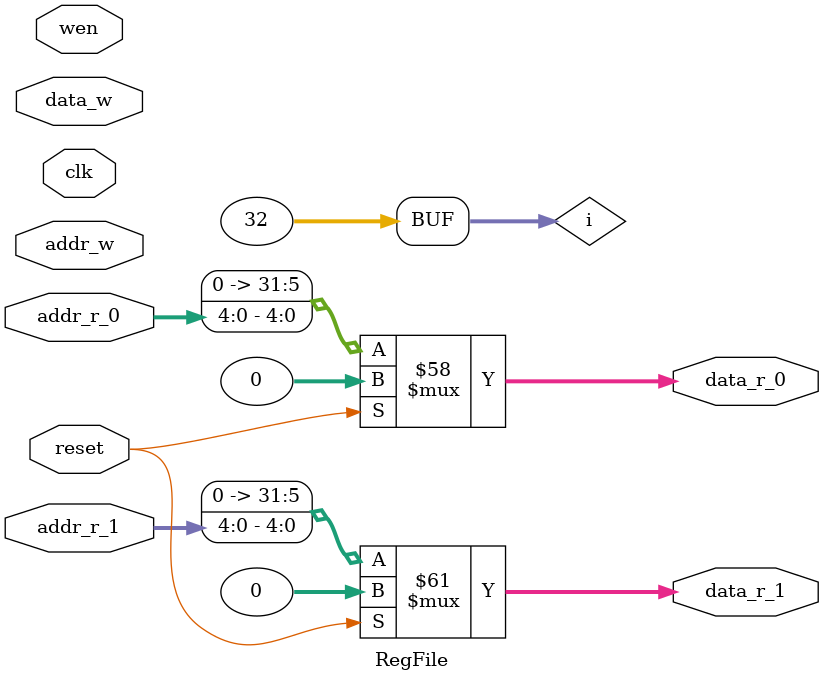
<source format=v>
`timescale 1ns / 1ps


module RegFile#(
    parameter DATA_WIDTH = 32,
    parameter REGFILE_DEPTH = 32
)(
    input wire clk,
    input wire reset,
    input wire wen,
    input wire [$clog2(REGFILE_DEPTH) - 1:0] addr_r_0,
    input wire [$clog2(REGFILE_DEPTH) - 1:0] addr_r_1,
    input wire [$clog2(REGFILE_DEPTH) - 1:0] addr_w,
    input wire [DATA_WIDTH - 1:0] data_w,
    output wire [DATA_WIDTH - 1:0] data_r_0,
    output wire [DATA_WIDTH - 1:0] data_r_1
    );
    reg [DATA_WIDTH - 1:0] mem [0:REGFILE_DEPTH - 1];
    integer i;
    //initial for verifying purpose
    initial begin
        for(i = 0; i < REGFILE_DEPTH; i = i + 1) begin
            mem[i] = i;
        end
    end
    // actual design
    always@(posedge clk) begin
        if(wen == 1 && addr_w != 0) mem[addr_w] <= data_w;
        else if(wen == 1 && addr_w == 0) mem[addr_w] <= 0;
    end
    assign data_r_0 = (reset == 1) ? 0 : addr_r_0;
    assign data_r_1 = (reset == 1) ? 0 : addr_r_1;
    //task for verify purpose
    task dump_mem_to_file();
        integer fd;
        integer i;
        begin
            fd = $fopen("REGFILE_expose.mem", "w");
            if (fd == 0) begin
                $display("ERROR: Cannot open file REGFILE_expose.mem for writing!");
                $finish;
            end
            for (i = 0; i < REGFILE_DEPTH; i = i + 1) begin
                $fdisplay(fd, "%b", mem[i]);  // write in binary format
            end
            $fclose(fd);
            $display("Memory dumped to REGFILE_expose.mem successfully.");
        end
    endtask
endmodule

</source>
